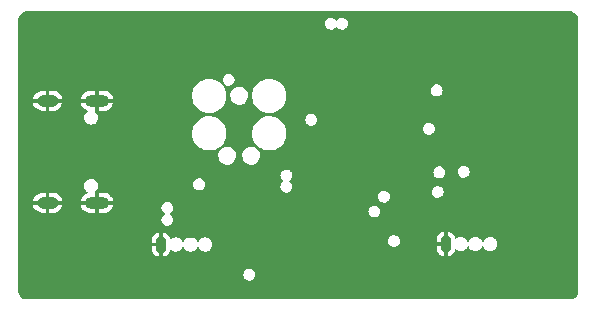
<source format=gbr>
%TF.GenerationSoftware,KiCad,Pcbnew,7.0.9*%
%TF.CreationDate,2024-03-07T22:07:38-08:00*%
%TF.ProjectId,stm32mc,73746d33-326d-4632-9e6b-696361645f70,rev?*%
%TF.SameCoordinates,PX2625a00PY510ff40*%
%TF.FileFunction,Copper,L2,Inr*%
%TF.FilePolarity,Positive*%
%FSLAX46Y46*%
G04 Gerber Fmt 4.6, Leading zero omitted, Abs format (unit mm)*
G04 Created by KiCad (PCBNEW 7.0.9) date 2024-03-07 22:07:38*
%MOMM*%
%LPD*%
G01*
G04 APERTURE LIST*
G04 Aperture macros list*
%AMRoundRect*
0 Rectangle with rounded corners*
0 $1 Rounding radius*
0 $2 $3 $4 $5 $6 $7 $8 $9 X,Y pos of 4 corners*
0 Add a 4 corners polygon primitive as box body*
4,1,4,$2,$3,$4,$5,$6,$7,$8,$9,$2,$3,0*
0 Add four circle primitives for the rounded corners*
1,1,$1+$1,$2,$3*
1,1,$1+$1,$4,$5*
1,1,$1+$1,$6,$7*
1,1,$1+$1,$8,$9*
0 Add four rect primitives between the rounded corners*
20,1,$1+$1,$2,$3,$4,$5,0*
20,1,$1+$1,$4,$5,$6,$7,0*
20,1,$1+$1,$6,$7,$8,$9,0*
20,1,$1+$1,$8,$9,$2,$3,0*%
G04 Aperture macros list end*
%TA.AperFunction,ComponentPad*%
%ADD10C,0.700000*%
%TD*%
%TA.AperFunction,ComponentPad*%
%ADD11C,4.400000*%
%TD*%
%TA.AperFunction,ComponentPad*%
%ADD12RoundRect,0.200000X-0.200000X-0.450000X0.200000X-0.450000X0.200000X0.450000X-0.200000X0.450000X0*%
%TD*%
%TA.AperFunction,ComponentPad*%
%ADD13O,2.100000X1.000000*%
%TD*%
%TA.AperFunction,ComponentPad*%
%ADD14O,1.800000X1.000000*%
%TD*%
%TA.AperFunction,ViaPad*%
%ADD15C,0.900000*%
%TD*%
%TA.AperFunction,ViaPad*%
%ADD16C,0.700000*%
%TD*%
G04 APERTURE END LIST*
D10*
%TO.N,GND*%
%TO.C,H4*%
X46066726Y1916548D03*
X44900000Y4733274D03*
X43733274Y4250000D03*
X43250000Y3083274D03*
X46066726Y4250000D03*
X43733274Y1916548D03*
X44900000Y1433274D03*
D11*
X44900000Y3083274D03*
D10*
X46550000Y3083274D03*
%TD*%
%TO.N,GND*%
%TO.C,H3*%
X8016726Y1933274D03*
X6850000Y4750000D03*
X5683274Y4266726D03*
X5200000Y3100000D03*
X8016726Y4266726D03*
X5683274Y1933274D03*
X6850000Y1450000D03*
D11*
X6850000Y3100000D03*
D10*
X8500000Y3100000D03*
%TD*%
%TO.N,GND*%
%TO.C,H2*%
X8016726Y20666548D03*
X6850000Y23483274D03*
X5683274Y23000000D03*
X5200000Y21833274D03*
X8016726Y23000000D03*
X5683274Y20666548D03*
X6850000Y20183274D03*
D11*
X6850000Y21833274D03*
D10*
X8500000Y21833274D03*
%TD*%
%TO.N,GND*%
%TO.C,H1*%
X46733274Y22100000D03*
D11*
X45083274Y22100000D03*
D10*
X45083274Y20450000D03*
X43916548Y20933274D03*
X46250000Y23266726D03*
X43433274Y22100000D03*
X43916548Y23266726D03*
X45083274Y23750000D03*
X46250000Y20933274D03*
%TD*%
D12*
%TO.N,GND*%
%TO.C,J4*%
X36500000Y5000000D03*
%TD*%
%TO.N,GND*%
%TO.C,J3*%
X12375000Y4950000D03*
%TD*%
D13*
%TO.N,GND*%
%TO.C,J1*%
X6955000Y17120000D03*
D14*
X2775000Y17120000D03*
D13*
X6955000Y8480000D03*
D14*
X2775000Y8480000D03*
%TD*%
D15*
%TO.N,GND*%
X14800000Y8400000D03*
X39800000Y10000000D03*
X19200000Y19600000D03*
X19000000Y5000000D03*
X19000000Y3000000D03*
X21500000Y11000000D03*
X37000000Y8000000D03*
X8000000Y7000000D03*
X10000000Y5000000D03*
X10000000Y3000000D03*
X12000000Y3000000D03*
X14000000Y3000000D03*
X16000000Y3000000D03*
X10000000Y22000000D03*
X22000000Y22000000D03*
X20000000Y22000000D03*
X18000000Y22000000D03*
X16000000Y22000000D03*
X5000000Y24000000D03*
X3000000Y24000000D03*
X3000000Y22000000D03*
X3000000Y20000000D03*
X1000000Y20000000D03*
X1000000Y18000000D03*
X1000000Y16000000D03*
X1000000Y14000000D03*
X1000000Y12000000D03*
X1000000Y10000000D03*
X1000000Y8000000D03*
X2000000Y5000000D03*
X4000000Y5000000D03*
X4000000Y3000000D03*
X4000000Y1000000D03*
X9000000Y1000000D03*
X11000000Y1000000D03*
X13000000Y1000000D03*
X15000000Y1000000D03*
X17000000Y1000000D03*
X19000000Y1000000D03*
X21000000Y1000000D03*
X23000000Y1000000D03*
X25000000Y1000000D03*
X27000000Y1000000D03*
X29000000Y1000000D03*
X33000000Y1000000D03*
X35000000Y1000000D03*
X37000000Y1000000D03*
X39000000Y1000000D03*
X41000000Y1000000D03*
X43000000Y1000000D03*
X43000000Y6000000D03*
X43000000Y8000000D03*
X43000000Y10000000D03*
X45000000Y10000000D03*
X45000000Y8000000D03*
X45000000Y6000000D03*
X47000000Y6000000D03*
X47000000Y8000000D03*
X47000000Y10000000D03*
X47000000Y12000000D03*
X39000000Y22000000D03*
X40000000Y24000000D03*
X38000000Y24000000D03*
X36000000Y24000000D03*
X34000000Y24000000D03*
X32000000Y24000000D03*
X30000000Y24000000D03*
X25000000Y24000000D03*
X23000000Y24000000D03*
X21000000Y24000000D03*
X19000000Y24000000D03*
X17000000Y24000000D03*
X15000000Y24000000D03*
X13000000Y24000000D03*
X11000000Y24000000D03*
X9000000Y24000000D03*
D16*
X29500000Y7100000D03*
X46350000Y13600000D03*
X44300000Y13600000D03*
X44150000Y19000000D03*
X46250000Y19000000D03*
X8550000Y16000000D03*
X8600000Y9600000D03*
X11750000Y16300000D03*
X36300000Y22800000D03*
X35200000Y19450000D03*
X28900000Y13850000D03*
X31200000Y13850000D03*
X30050000Y12900000D03*
X31300000Y16100000D03*
X28800000Y16100000D03*
X32100000Y14950000D03*
X32150000Y12950000D03*
X27950000Y12900000D03*
X27900000Y14900000D03*
X27850000Y17150000D03*
X32200000Y17200000D03*
X29950000Y17200000D03*
X32100000Y19600000D03*
X30950000Y19600000D03*
X30340000Y4100000D03*
X32160000Y1270000D03*
X9625000Y6900000D03*
X9625000Y8200000D03*
X10800000Y12900000D03*
X10800000Y13800000D03*
X12400000Y10450000D03*
X23000000Y8700000D03*
X45300000Y13600000D03*
X45200000Y19000000D03*
X41600000Y17200000D03*
X41600000Y15300000D03*
X24850000Y22500000D03*
X35980000Y14745000D03*
X3980000Y5995000D03*
X5745000Y18840000D03*
X17950000Y9755000D03*
X21515000Y7350000D03*
X24100000Y16985000D03*
X26100000Y20000000D03*
X26100000Y21050000D03*
X35735000Y17050000D03*
X40000000Y14565000D03*
X37000000Y14565000D03*
X29500000Y8015000D03*
X32250000Y9015000D03*
X25500000Y8015000D03*
X25000000Y13235000D03*
X24000000Y13250000D03*
%TD*%
%TA.AperFunction,Conductor*%
%TO.N,GND*%
G36*
X47001806Y24699322D02*
G01*
X47025514Y24696987D01*
X47129217Y24686773D01*
X47143435Y24683945D01*
X47260717Y24648369D01*
X47274112Y24642820D01*
X47382193Y24585049D01*
X47394254Y24576990D01*
X47488986Y24499245D01*
X47499244Y24488987D01*
X47576989Y24394255D01*
X47585048Y24382194D01*
X47642817Y24274117D01*
X47648369Y24260714D01*
X47683943Y24143441D01*
X47686773Y24129214D01*
X47699322Y24001808D01*
X47699500Y23998179D01*
X47699500Y1001822D01*
X47699322Y998193D01*
X47686773Y870787D01*
X47683943Y856560D01*
X47648369Y739287D01*
X47642817Y725884D01*
X47585048Y617807D01*
X47576989Y605746D01*
X47499244Y511014D01*
X47488986Y500756D01*
X47394254Y423011D01*
X47382193Y414952D01*
X47274116Y357183D01*
X47260713Y351631D01*
X47143440Y316057D01*
X47129213Y313227D01*
X47001807Y300678D01*
X46998178Y300500D01*
X1001821Y300500D01*
X998192Y300678D01*
X870786Y313227D01*
X856559Y316057D01*
X739284Y351632D01*
X725882Y357184D01*
X617808Y414951D01*
X605746Y423010D01*
X511013Y500756D01*
X500755Y511014D01*
X423009Y605747D01*
X414950Y617809D01*
X357183Y725883D01*
X351631Y739285D01*
X351630Y739287D01*
X316055Y856565D01*
X313227Y870783D01*
X300678Y998193D01*
X300500Y1001821D01*
X300500Y2400000D01*
X19344353Y2400000D01*
X19364834Y2257546D01*
X19424623Y2126627D01*
X19518868Y2017861D01*
X19518869Y2017860D01*
X19518872Y2017857D01*
X19639947Y1940047D01*
X19746403Y1908789D01*
X19778035Y1899501D01*
X19778037Y1899500D01*
X19778039Y1899500D01*
X19921963Y1899500D01*
X19921964Y1899501D01*
X20060053Y1940047D01*
X20181128Y2017857D01*
X20275377Y2126627D01*
X20335165Y2257543D01*
X20355647Y2400000D01*
X20335165Y2542457D01*
X20275377Y2673373D01*
X20181128Y2782143D01*
X20124182Y2818740D01*
X20060054Y2859953D01*
X20060050Y2859954D01*
X19921964Y2900500D01*
X19921961Y2900500D01*
X19778039Y2900500D01*
X19778036Y2900500D01*
X19639949Y2859954D01*
X19639945Y2859953D01*
X19518875Y2782145D01*
X19518868Y2782140D01*
X19424623Y2673374D01*
X19364834Y2542455D01*
X19344353Y2400000D01*
X300500Y2400000D01*
X300500Y4456939D01*
X11625000Y4456939D01*
X11635614Y4368557D01*
X11691077Y4227908D01*
X11782435Y4107436D01*
X11902907Y4016078D01*
X12043556Y3960615D01*
X12131939Y3950000D01*
X12225000Y3950000D01*
X12225000Y4749555D01*
X12277455Y4714505D01*
X12350376Y4700000D01*
X12399624Y4700000D01*
X12472545Y4714505D01*
X12525000Y4749555D01*
X12525000Y3950000D01*
X12618061Y3950000D01*
X12706443Y3960615D01*
X12847092Y4016078D01*
X12967564Y4107436D01*
X13058922Y4227908D01*
X13114385Y4368557D01*
X13122688Y4437694D01*
X13145548Y4482857D01*
X13192090Y4502759D01*
X13240537Y4488088D01*
X13241208Y4487579D01*
X13281140Y4456939D01*
X13322159Y4425464D01*
X13468238Y4364956D01*
X13585639Y4349500D01*
X13585641Y4349500D01*
X13664359Y4349500D01*
X13664361Y4349500D01*
X13781762Y4364956D01*
X13927841Y4425464D01*
X14053282Y4521718D01*
X14149536Y4647159D01*
X14181633Y4724649D01*
X14215831Y4761968D01*
X14266016Y4768575D01*
X14308708Y4741377D01*
X14318367Y4724648D01*
X14350464Y4647159D01*
X14446715Y4521721D01*
X14446720Y4521716D01*
X14530345Y4457549D01*
X14572159Y4425464D01*
X14718238Y4364956D01*
X14835639Y4349500D01*
X14835641Y4349500D01*
X14914359Y4349500D01*
X14914361Y4349500D01*
X15031762Y4364956D01*
X15177841Y4425464D01*
X15303282Y4521718D01*
X15399536Y4647159D01*
X15431633Y4724649D01*
X15465831Y4761968D01*
X15516016Y4768575D01*
X15558708Y4741377D01*
X15568367Y4724648D01*
X15600464Y4647159D01*
X15696715Y4521721D01*
X15696720Y4521716D01*
X15780345Y4457549D01*
X15822159Y4425464D01*
X15968238Y4364956D01*
X16085639Y4349500D01*
X16085641Y4349500D01*
X16164359Y4349500D01*
X16164361Y4349500D01*
X16281762Y4364956D01*
X16427841Y4425464D01*
X16534022Y4506939D01*
X35750000Y4506939D01*
X35760614Y4418557D01*
X35816077Y4277908D01*
X35907435Y4157436D01*
X36027907Y4066078D01*
X36168556Y4010615D01*
X36256939Y4000000D01*
X36350000Y4000000D01*
X36350000Y4799555D01*
X36402455Y4764505D01*
X36475376Y4750000D01*
X36524624Y4750000D01*
X36597545Y4764505D01*
X36650000Y4799555D01*
X36650000Y4000000D01*
X36743061Y4000000D01*
X36831443Y4010615D01*
X36972092Y4066078D01*
X37092564Y4157436D01*
X37183922Y4277908D01*
X37239385Y4418557D01*
X37247688Y4487694D01*
X37270548Y4532857D01*
X37317090Y4552759D01*
X37365537Y4538088D01*
X37366208Y4537579D01*
X37406140Y4506939D01*
X37447159Y4475464D01*
X37593238Y4414956D01*
X37710639Y4399500D01*
X37710641Y4399500D01*
X37789359Y4399500D01*
X37789361Y4399500D01*
X37906762Y4414956D01*
X38052841Y4475464D01*
X38178282Y4571718D01*
X38274536Y4697159D01*
X38306633Y4774649D01*
X38340831Y4811968D01*
X38391016Y4818575D01*
X38433708Y4791377D01*
X38443366Y4774649D01*
X38447568Y4764505D01*
X38475464Y4697159D01*
X38571715Y4571721D01*
X38571720Y4571716D01*
X38636879Y4521718D01*
X38697159Y4475464D01*
X38843238Y4414956D01*
X38960639Y4399500D01*
X38960641Y4399500D01*
X39039359Y4399500D01*
X39039361Y4399500D01*
X39156762Y4414956D01*
X39302841Y4475464D01*
X39428282Y4571718D01*
X39524536Y4697159D01*
X39556633Y4774649D01*
X39590831Y4811968D01*
X39641016Y4818575D01*
X39683708Y4791377D01*
X39693366Y4774649D01*
X39697568Y4764505D01*
X39725464Y4697159D01*
X39821715Y4571721D01*
X39821720Y4571716D01*
X39886879Y4521718D01*
X39947159Y4475464D01*
X40093238Y4414956D01*
X40210639Y4399500D01*
X40210641Y4399500D01*
X40289359Y4399500D01*
X40289361Y4399500D01*
X40406762Y4414956D01*
X40552841Y4475464D01*
X40678282Y4571718D01*
X40774536Y4697159D01*
X40835044Y4843238D01*
X40855682Y5000000D01*
X40835044Y5156762D01*
X40774536Y5302841D01*
X40705773Y5392455D01*
X40678284Y5428280D01*
X40678279Y5428285D01*
X40552841Y5524536D01*
X40406761Y5585045D01*
X40316675Y5596905D01*
X40289361Y5600500D01*
X40210639Y5600500D01*
X40186171Y5597279D01*
X40093238Y5585045D01*
X39947158Y5524536D01*
X39821720Y5428285D01*
X39821715Y5428280D01*
X39725464Y5302842D01*
X39693367Y5225353D01*
X39659169Y5188033D01*
X39608983Y5181426D01*
X39566292Y5208624D01*
X39556633Y5225353D01*
X39544248Y5255252D01*
X39524536Y5302841D01*
X39455773Y5392455D01*
X39428284Y5428280D01*
X39428279Y5428285D01*
X39302841Y5524536D01*
X39156761Y5585045D01*
X39066675Y5596905D01*
X39039361Y5600500D01*
X38960639Y5600500D01*
X38936171Y5597279D01*
X38843238Y5585045D01*
X38697158Y5524536D01*
X38571720Y5428285D01*
X38571715Y5428280D01*
X38475464Y5302842D01*
X38443367Y5225353D01*
X38409169Y5188033D01*
X38358983Y5181426D01*
X38316292Y5208624D01*
X38306633Y5225353D01*
X38294248Y5255252D01*
X38274536Y5302841D01*
X38205773Y5392455D01*
X38178284Y5428280D01*
X38178279Y5428285D01*
X38052841Y5524536D01*
X37906761Y5585045D01*
X37816675Y5596905D01*
X37789361Y5600500D01*
X37710639Y5600500D01*
X37686171Y5597279D01*
X37593238Y5585045D01*
X37447160Y5524537D01*
X37366208Y5462421D01*
X37317931Y5447200D01*
X37271166Y5466572D01*
X37247793Y5511472D01*
X37247688Y5512307D01*
X37239385Y5581444D01*
X37183922Y5722093D01*
X37092564Y5842565D01*
X36972092Y5933923D01*
X36831443Y5989386D01*
X36743061Y6000000D01*
X36650000Y6000000D01*
X36650000Y5200446D01*
X36597545Y5235495D01*
X36524624Y5250000D01*
X36475376Y5250000D01*
X36402455Y5235495D01*
X36350000Y5200446D01*
X36350000Y6000000D01*
X36256939Y6000000D01*
X36168556Y5989386D01*
X36027907Y5933923D01*
X35907435Y5842565D01*
X35816077Y5722093D01*
X35760614Y5581444D01*
X35750000Y5493062D01*
X35750000Y5150000D01*
X36299554Y5150000D01*
X36264505Y5097545D01*
X36245102Y5000000D01*
X36264505Y4902455D01*
X36299554Y4850000D01*
X35750000Y4850000D01*
X35750000Y4506939D01*
X16534022Y4506939D01*
X16553282Y4521718D01*
X16649536Y4647159D01*
X16710044Y4793238D01*
X16730682Y4950000D01*
X16710044Y5106762D01*
X16650713Y5250000D01*
X31594353Y5250000D01*
X31614834Y5107546D01*
X31614834Y5107545D01*
X31614835Y5107543D01*
X31663949Y5000000D01*
X31674623Y4976627D01*
X31768868Y4867861D01*
X31768869Y4867860D01*
X31768872Y4867857D01*
X31855837Y4811968D01*
X31884981Y4793238D01*
X31889947Y4790047D01*
X31996403Y4758789D01*
X32028035Y4749501D01*
X32028037Y4749500D01*
X32028039Y4749500D01*
X32171963Y4749500D01*
X32171964Y4749501D01*
X32310053Y4790047D01*
X32431128Y4867857D01*
X32525377Y4976627D01*
X32585165Y5107543D01*
X32605647Y5250000D01*
X32585165Y5392457D01*
X32525377Y5523373D01*
X32431128Y5632143D01*
X32374182Y5668740D01*
X32310054Y5709953D01*
X32310050Y5709954D01*
X32171964Y5750500D01*
X32171961Y5750500D01*
X32028039Y5750500D01*
X32028036Y5750500D01*
X31889949Y5709954D01*
X31889945Y5709953D01*
X31768875Y5632145D01*
X31768868Y5632140D01*
X31674623Y5523374D01*
X31614834Y5392455D01*
X31594353Y5250000D01*
X16650713Y5250000D01*
X16649536Y5252841D01*
X16553282Y5378282D01*
X16553279Y5378285D01*
X16427841Y5474536D01*
X16281761Y5535045D01*
X16191675Y5546905D01*
X16164361Y5550500D01*
X16085639Y5550500D01*
X16061171Y5547279D01*
X15968238Y5535045D01*
X15822158Y5474536D01*
X15696720Y5378285D01*
X15696715Y5378280D01*
X15600464Y5252842D01*
X15568367Y5175353D01*
X15534169Y5138033D01*
X15483983Y5131426D01*
X15441292Y5158624D01*
X15431633Y5175353D01*
X15406721Y5235495D01*
X15399536Y5252841D01*
X15303282Y5378282D01*
X15303279Y5378285D01*
X15177841Y5474536D01*
X15031761Y5535045D01*
X14941675Y5546905D01*
X14914361Y5550500D01*
X14835639Y5550500D01*
X14811171Y5547279D01*
X14718238Y5535045D01*
X14572158Y5474536D01*
X14446720Y5378285D01*
X14446715Y5378280D01*
X14350464Y5252842D01*
X14318367Y5175353D01*
X14284169Y5138033D01*
X14233983Y5131426D01*
X14191292Y5158624D01*
X14181633Y5175353D01*
X14156721Y5235495D01*
X14149536Y5252841D01*
X14053282Y5378282D01*
X14053279Y5378285D01*
X13927841Y5474536D01*
X13781761Y5535045D01*
X13691675Y5546905D01*
X13664361Y5550500D01*
X13585639Y5550500D01*
X13561171Y5547279D01*
X13468238Y5535045D01*
X13322160Y5474537D01*
X13241208Y5412421D01*
X13192931Y5397200D01*
X13146166Y5416572D01*
X13122793Y5461472D01*
X13122688Y5462307D01*
X13114385Y5531444D01*
X13058922Y5672093D01*
X12967564Y5792565D01*
X12847092Y5883923D01*
X12706443Y5939386D01*
X12618061Y5950000D01*
X12525000Y5950000D01*
X12525000Y5150446D01*
X12472545Y5185495D01*
X12399624Y5200000D01*
X12350376Y5200000D01*
X12277455Y5185495D01*
X12225000Y5150446D01*
X12225000Y5950000D01*
X12131939Y5950000D01*
X12043556Y5939386D01*
X11902907Y5883923D01*
X11782435Y5792565D01*
X11691077Y5672093D01*
X11635614Y5531444D01*
X11625000Y5443062D01*
X11625000Y5100000D01*
X12174554Y5100000D01*
X12139505Y5047545D01*
X12120102Y4950000D01*
X12139505Y4852455D01*
X12174554Y4800000D01*
X11625000Y4800000D01*
X11625000Y4456939D01*
X300500Y4456939D01*
X300500Y7050000D01*
X12419353Y7050000D01*
X12439834Y6907546D01*
X12499623Y6776627D01*
X12593868Y6667861D01*
X12593869Y6667860D01*
X12593872Y6667857D01*
X12714947Y6590047D01*
X12821403Y6558789D01*
X12853035Y6549501D01*
X12853037Y6549500D01*
X12853039Y6549500D01*
X12996963Y6549500D01*
X12996964Y6549501D01*
X13135053Y6590047D01*
X13256128Y6667857D01*
X13350377Y6776627D01*
X13410165Y6907543D01*
X13430647Y7050000D01*
X13410165Y7192457D01*
X13350377Y7323373D01*
X13256128Y7432143D01*
X13169605Y7487748D01*
X13138950Y7528028D01*
X13141359Y7578589D01*
X13169606Y7612253D01*
X13256128Y7667857D01*
X13327305Y7750000D01*
X29944353Y7750000D01*
X29964834Y7607546D01*
X29964834Y7607545D01*
X29964835Y7607543D01*
X30001149Y7528028D01*
X30024623Y7476627D01*
X30118868Y7367861D01*
X30118869Y7367860D01*
X30118872Y7367857D01*
X30239947Y7290047D01*
X30346403Y7258789D01*
X30378035Y7249501D01*
X30378037Y7249500D01*
X30378039Y7249500D01*
X30521963Y7249500D01*
X30521964Y7249501D01*
X30660053Y7290047D01*
X30781128Y7367857D01*
X30875377Y7476627D01*
X30935165Y7607543D01*
X30955647Y7750000D01*
X30935165Y7892457D01*
X30875377Y8023373D01*
X30781128Y8132143D01*
X30706661Y8180000D01*
X30660054Y8209953D01*
X30660050Y8209954D01*
X30521964Y8250500D01*
X30521961Y8250500D01*
X30378039Y8250500D01*
X30378036Y8250500D01*
X30239949Y8209954D01*
X30239945Y8209953D01*
X30118875Y8132145D01*
X30118868Y8132140D01*
X30024623Y8023374D01*
X29964834Y7892455D01*
X29944353Y7750000D01*
X13327305Y7750000D01*
X13350377Y7776627D01*
X13410165Y7907543D01*
X13430647Y8050000D01*
X13410165Y8192457D01*
X13350377Y8323373D01*
X13256128Y8432143D01*
X13199182Y8468740D01*
X13135054Y8509953D01*
X13135050Y8509954D01*
X12996964Y8550500D01*
X12996961Y8550500D01*
X12853039Y8550500D01*
X12853036Y8550500D01*
X12714949Y8509954D01*
X12714945Y8509953D01*
X12593875Y8432145D01*
X12593868Y8432140D01*
X12499623Y8323374D01*
X12439834Y8192455D01*
X12419353Y8050000D01*
X12439834Y7907546D01*
X12499623Y7776627D01*
X12593868Y7667861D01*
X12593869Y7667860D01*
X12593872Y7667857D01*
X12652779Y7630000D01*
X12680394Y7612253D01*
X12711049Y7571972D01*
X12708640Y7521410D01*
X12680394Y7487747D01*
X12593872Y7432143D01*
X12593868Y7432140D01*
X12499623Y7323374D01*
X12439834Y7192455D01*
X12419353Y7050000D01*
X300500Y7050000D01*
X300500Y8330000D01*
X1534493Y8330000D01*
X1580715Y8163526D01*
X1667315Y8000179D01*
X1667316Y8000178D01*
X1787005Y7859268D01*
X1934193Y7747379D01*
X2101990Y7669747D01*
X2101995Y7669746D01*
X2282558Y7630001D01*
X2282562Y7630000D01*
X2625000Y7630000D01*
X2625000Y8180000D01*
X2925000Y8180000D01*
X2925000Y7630000D01*
X3221075Y7630000D01*
X3221097Y7630002D01*
X3358796Y7644978D01*
X3358807Y7644981D01*
X3534010Y7704013D01*
X3534012Y7704013D01*
X3692427Y7799329D01*
X3692429Y7799330D01*
X3826656Y7926476D01*
X3930413Y8079506D01*
X3998846Y8251260D01*
X3998847Y8251262D01*
X4011756Y8330000D01*
X5564493Y8330000D01*
X5610715Y8163526D01*
X5697315Y8000179D01*
X5697316Y8000178D01*
X5817005Y7859268D01*
X5964193Y7747379D01*
X6131990Y7669747D01*
X6131995Y7669746D01*
X6312558Y7630001D01*
X6312562Y7630000D01*
X6805000Y7630000D01*
X6805000Y8180000D01*
X7105000Y8180000D01*
X7105000Y7630000D01*
X7551075Y7630000D01*
X7551097Y7630002D01*
X7688796Y7644978D01*
X7688807Y7644981D01*
X7864010Y7704013D01*
X7864012Y7704013D01*
X8022427Y7799329D01*
X8022429Y7799330D01*
X8156656Y7926476D01*
X8260413Y8079506D01*
X8328846Y8251260D01*
X8328847Y8251262D01*
X8341756Y8330000D01*
X7767657Y8330000D01*
X7778201Y8343962D01*
X7808895Y8451840D01*
X7798546Y8563521D01*
X7765443Y8630000D01*
X8345507Y8630000D01*
X8299284Y8796475D01*
X8212684Y8959822D01*
X8212683Y8959823D01*
X8178557Y9000000D01*
X30744353Y9000000D01*
X30764834Y8857546D01*
X30824623Y8726627D01*
X30918868Y8617861D01*
X30918869Y8617860D01*
X30918872Y8617857D01*
X31039947Y8540047D01*
X31142436Y8509954D01*
X31178035Y8499501D01*
X31178037Y8499500D01*
X31178039Y8499500D01*
X31321963Y8499500D01*
X31321964Y8499501D01*
X31460053Y8540047D01*
X31581128Y8617857D01*
X31675377Y8726627D01*
X31735165Y8857543D01*
X31755647Y9000000D01*
X31735165Y9142457D01*
X31675377Y9273373D01*
X31593437Y9367938D01*
X31581131Y9382140D01*
X31581129Y9382141D01*
X31581128Y9382143D01*
X31553342Y9400000D01*
X35294353Y9400000D01*
X35314834Y9257546D01*
X35314834Y9257545D01*
X35314835Y9257543D01*
X35367394Y9142457D01*
X35374623Y9126627D01*
X35468868Y9017861D01*
X35468869Y9017860D01*
X35468872Y9017857D01*
X35589947Y8940047D01*
X35696403Y8908789D01*
X35728035Y8899501D01*
X35728037Y8899500D01*
X35728039Y8899500D01*
X35871963Y8899500D01*
X35871964Y8899501D01*
X36010053Y8940047D01*
X36131128Y9017857D01*
X36225377Y9126627D01*
X36285165Y9257543D01*
X36305647Y9400000D01*
X36285165Y9542457D01*
X36225377Y9673373D01*
X36131128Y9782143D01*
X36074182Y9818740D01*
X36010054Y9859953D01*
X36010050Y9859954D01*
X35871964Y9900500D01*
X35871961Y9900500D01*
X35728039Y9900500D01*
X35728036Y9900500D01*
X35589949Y9859954D01*
X35589945Y9859953D01*
X35468875Y9782145D01*
X35468868Y9782140D01*
X35374623Y9673374D01*
X35314834Y9542455D01*
X35294353Y9400000D01*
X31553342Y9400000D01*
X31510299Y9427662D01*
X31460054Y9459953D01*
X31460050Y9459954D01*
X31321964Y9500500D01*
X31321961Y9500500D01*
X31178039Y9500500D01*
X31178036Y9500500D01*
X31039949Y9459954D01*
X31039945Y9459953D01*
X30918875Y9382145D01*
X30918868Y9382140D01*
X30824623Y9273374D01*
X30764834Y9142455D01*
X30744353Y9000000D01*
X8178557Y9000000D01*
X8092994Y9100733D01*
X7945806Y9212622D01*
X7778009Y9290254D01*
X7778004Y9290255D01*
X7597441Y9330000D01*
X7105000Y9330000D01*
X7105000Y8780000D01*
X6805000Y8780000D01*
X6805000Y9330000D01*
X6802109Y9332891D01*
X6780717Y9378767D01*
X6793818Y9427662D01*
X6809382Y9443922D01*
X6872583Y9492417D01*
X6966433Y9614724D01*
X7025429Y9757154D01*
X7045552Y9910000D01*
X7027120Y10050000D01*
X15094353Y10050000D01*
X15114834Y9907546D01*
X15114834Y9907545D01*
X15114835Y9907543D01*
X15172103Y9782145D01*
X15174623Y9776627D01*
X15268868Y9667861D01*
X15268869Y9667860D01*
X15268872Y9667857D01*
X15389947Y9590047D01*
X15496403Y9558789D01*
X15528035Y9549501D01*
X15528037Y9549500D01*
X15528039Y9549500D01*
X15671963Y9549500D01*
X15671964Y9549501D01*
X15810053Y9590047D01*
X15931128Y9667857D01*
X16025377Y9776627D01*
X16058886Y9850000D01*
X22494353Y9850000D01*
X22514834Y9707546D01*
X22514834Y9707545D01*
X22514835Y9707543D01*
X22568494Y9590048D01*
X22574623Y9576627D01*
X22668868Y9467861D01*
X22668869Y9467860D01*
X22668872Y9467857D01*
X22731417Y9427662D01*
X22776689Y9398567D01*
X22789947Y9390047D01*
X22896403Y9358789D01*
X22928035Y9349501D01*
X22928037Y9349500D01*
X22928039Y9349500D01*
X23071963Y9349500D01*
X23071964Y9349501D01*
X23210053Y9390047D01*
X23331128Y9467857D01*
X23425377Y9576627D01*
X23485165Y9707543D01*
X23505647Y9850000D01*
X23485165Y9992457D01*
X23425377Y10123373D01*
X23331128Y10232143D01*
X23283504Y10262749D01*
X23252850Y10303027D01*
X23255259Y10353589D01*
X23283504Y10387252D01*
X23331128Y10417857D01*
X23425377Y10526627D01*
X23485165Y10657543D01*
X23505647Y10800000D01*
X23485165Y10942457D01*
X23429201Y11065000D01*
X35444353Y11065000D01*
X35464834Y10922546D01*
X35524623Y10791627D01*
X35618868Y10682861D01*
X35618869Y10682860D01*
X35618872Y10682857D01*
X35739947Y10605047D01*
X35846403Y10573789D01*
X35878035Y10564501D01*
X35878037Y10564500D01*
X35878039Y10564500D01*
X36021963Y10564500D01*
X36021964Y10564501D01*
X36160053Y10605047D01*
X36281128Y10682857D01*
X36375377Y10791627D01*
X36435165Y10922543D01*
X36455647Y11065000D01*
X36448458Y11115000D01*
X37494353Y11115000D01*
X37514834Y10972546D01*
X37514834Y10972545D01*
X37514835Y10972543D01*
X37574623Y10841627D01*
X37668868Y10732861D01*
X37668869Y10732860D01*
X37668872Y10732857D01*
X37789947Y10655047D01*
X37896403Y10623789D01*
X37928035Y10614501D01*
X37928037Y10614500D01*
X37928039Y10614500D01*
X38071963Y10614500D01*
X38071964Y10614501D01*
X38210053Y10655047D01*
X38331128Y10732857D01*
X38425377Y10841627D01*
X38485165Y10972543D01*
X38505647Y11115000D01*
X38485165Y11257457D01*
X38425377Y11388373D01*
X38331128Y11497143D01*
X38274182Y11533740D01*
X38210054Y11574953D01*
X38210050Y11574954D01*
X38071964Y11615500D01*
X38071961Y11615500D01*
X37928039Y11615500D01*
X37928036Y11615500D01*
X37789949Y11574954D01*
X37789945Y11574953D01*
X37668875Y11497145D01*
X37668868Y11497140D01*
X37574623Y11388374D01*
X37514834Y11257455D01*
X37494353Y11115000D01*
X36448458Y11115000D01*
X36435165Y11207457D01*
X36375377Y11338373D01*
X36281128Y11447143D01*
X36203331Y11497140D01*
X36160054Y11524953D01*
X36160050Y11524954D01*
X36021964Y11565500D01*
X36021961Y11565500D01*
X35878039Y11565500D01*
X35878036Y11565500D01*
X35739949Y11524954D01*
X35739945Y11524953D01*
X35618875Y11447145D01*
X35618868Y11447140D01*
X35524623Y11338374D01*
X35464834Y11207455D01*
X35444353Y11065000D01*
X23429201Y11065000D01*
X23425377Y11073373D01*
X23331128Y11182143D01*
X23274182Y11218740D01*
X23210054Y11259953D01*
X23210050Y11259954D01*
X23071964Y11300500D01*
X23071961Y11300500D01*
X22928039Y11300500D01*
X22928036Y11300500D01*
X22789949Y11259954D01*
X22789945Y11259953D01*
X22668875Y11182145D01*
X22668868Y11182140D01*
X22574623Y11073374D01*
X22514834Y10942455D01*
X22494353Y10800000D01*
X22514834Y10657546D01*
X22514834Y10657545D01*
X22514835Y10657543D01*
X22574623Y10526627D01*
X22668868Y10417861D01*
X22668870Y10417860D01*
X22668872Y10417857D01*
X22668874Y10417856D01*
X22668875Y10417855D01*
X22716493Y10387253D01*
X22747149Y10346972D01*
X22744740Y10296410D01*
X22716493Y10262747D01*
X22668875Y10232146D01*
X22668868Y10232140D01*
X22574623Y10123374D01*
X22514834Y9992455D01*
X22494353Y9850000D01*
X16058886Y9850000D01*
X16085165Y9907543D01*
X16105647Y10050000D01*
X16085165Y10192457D01*
X16025377Y10323373D01*
X15943507Y10417857D01*
X15931131Y10432140D01*
X15931129Y10432141D01*
X15931128Y10432143D01*
X15874182Y10468740D01*
X15810054Y10509953D01*
X15810050Y10509954D01*
X15671964Y10550500D01*
X15671961Y10550500D01*
X15528039Y10550500D01*
X15528036Y10550500D01*
X15389949Y10509954D01*
X15389945Y10509953D01*
X15268875Y10432145D01*
X15268868Y10432140D01*
X15174623Y10323374D01*
X15114834Y10192455D01*
X15094353Y10050000D01*
X7027120Y10050000D01*
X7025429Y10062846D01*
X6966433Y10205276D01*
X6872583Y10327583D01*
X6754938Y10417856D01*
X6750275Y10421434D01*
X6607845Y10480430D01*
X6520006Y10491994D01*
X6493373Y10495500D01*
X6416627Y10495500D01*
X6392769Y10492359D01*
X6302154Y10480430D01*
X6159724Y10421434D01*
X6037417Y10327583D01*
X5943566Y10205276D01*
X5884570Y10062846D01*
X5864448Y9910000D01*
X5884570Y9757155D01*
X5943566Y9614725D01*
X5943567Y9614724D01*
X6037417Y9492417D01*
X6144004Y9410629D01*
X6171201Y9367938D01*
X6164594Y9317752D01*
X6127273Y9283555D01*
X6122584Y9281796D01*
X6045987Y9255987D01*
X5887572Y9160672D01*
X5887570Y9160671D01*
X5753343Y9033525D01*
X5649586Y8880495D01*
X5581153Y8708741D01*
X5581152Y8708739D01*
X5568243Y8630001D01*
X5568244Y8630000D01*
X6142343Y8630000D01*
X6131799Y8616038D01*
X6101105Y8508160D01*
X6111454Y8396479D01*
X6144557Y8330000D01*
X5564493Y8330000D01*
X4011756Y8330000D01*
X3437657Y8330000D01*
X3448201Y8343962D01*
X3478895Y8451840D01*
X3468546Y8563521D01*
X3435443Y8630000D01*
X4015507Y8630000D01*
X3969284Y8796475D01*
X3882684Y8959822D01*
X3882683Y8959823D01*
X3762994Y9100733D01*
X3615806Y9212622D01*
X3448009Y9290254D01*
X3448004Y9290255D01*
X3267441Y9330000D01*
X2925000Y9330000D01*
X2925000Y8780000D01*
X2625000Y8780000D01*
X2625000Y9330000D01*
X2328925Y9330000D01*
X2328902Y9329999D01*
X2191203Y9315023D01*
X2191192Y9315020D01*
X2015989Y9255988D01*
X2015987Y9255988D01*
X1857572Y9160672D01*
X1857570Y9160671D01*
X1723343Y9033525D01*
X1619586Y8880495D01*
X1551153Y8708741D01*
X1551152Y8708739D01*
X1538243Y8630001D01*
X1538244Y8630000D01*
X2112343Y8630000D01*
X2101799Y8616038D01*
X2071105Y8508160D01*
X2081454Y8396479D01*
X2114557Y8330000D01*
X1534493Y8330000D01*
X300500Y8330000D01*
X300500Y12415754D01*
X17224342Y12415754D01*
X17255023Y12241759D01*
X17325001Y12079529D01*
X17325002Y12079528D01*
X17430509Y11937808D01*
X17430515Y11937803D01*
X17565849Y11824243D01*
X17565852Y11824242D01*
X17565854Y11824240D01*
X17723741Y11744946D01*
X17895660Y11704200D01*
X18028019Y11704200D01*
X18159486Y11719566D01*
X18325511Y11779995D01*
X18473126Y11877082D01*
X18594372Y12005595D01*
X18682712Y12158605D01*
X18733385Y12327863D01*
X18738504Y12415754D01*
X19256342Y12415754D01*
X19287023Y12241759D01*
X19357001Y12079529D01*
X19357002Y12079528D01*
X19462509Y11937808D01*
X19462515Y11937803D01*
X19597849Y11824243D01*
X19597852Y11824242D01*
X19597854Y11824240D01*
X19755741Y11744946D01*
X19927660Y11704200D01*
X20060019Y11704200D01*
X20191486Y11719566D01*
X20357511Y11779995D01*
X20505126Y11877082D01*
X20626372Y12005595D01*
X20714712Y12158605D01*
X20765385Y12327863D01*
X20775658Y12504245D01*
X20744977Y12678241D01*
X20674998Y12840472D01*
X20569491Y12982192D01*
X20569484Y12982198D01*
X20434150Y13095758D01*
X20276260Y13175054D01*
X20276256Y13175055D01*
X20104340Y13215800D01*
X19971981Y13215800D01*
X19840511Y13200434D01*
X19674487Y13140005D01*
X19674486Y13140005D01*
X19526874Y13042918D01*
X19405626Y12914403D01*
X19317288Y12761396D01*
X19317287Y12761394D01*
X19266615Y12592140D01*
X19266615Y12592137D01*
X19256342Y12415754D01*
X18738504Y12415754D01*
X18743658Y12504245D01*
X18712977Y12678241D01*
X18642998Y12840472D01*
X18537491Y12982192D01*
X18537484Y12982198D01*
X18402150Y13095758D01*
X18244260Y13175054D01*
X18244256Y13175055D01*
X18072340Y13215800D01*
X17939981Y13215800D01*
X17808511Y13200434D01*
X17642487Y13140005D01*
X17642486Y13140005D01*
X17494874Y13042918D01*
X17373626Y12914403D01*
X17285288Y12761396D01*
X17285287Y12761394D01*
X17234615Y12592140D01*
X17234615Y12592137D01*
X17224342Y12415754D01*
X300500Y12415754D01*
X300500Y14245019D01*
X15012050Y14245019D01*
X15038413Y14087035D01*
X15051546Y14008335D01*
X15129462Y13781371D01*
X15200456Y13650185D01*
X15243671Y13570332D01*
X15391058Y13380969D01*
X15567603Y13218448D01*
X15668046Y13152825D01*
X15768491Y13087201D01*
X15988231Y12990814D01*
X15988236Y12990813D01*
X15988240Y12990811D01*
X16220859Y12931904D01*
X16355490Y12920749D01*
X16400114Y12917050D01*
X16400118Y12917050D01*
X16519886Y12917050D01*
X16561895Y12920532D01*
X16699141Y12931904D01*
X16931760Y12990811D01*
X16931765Y12990814D01*
X16931768Y12990814D01*
X17151508Y13087201D01*
X17151510Y13087202D01*
X17352397Y13218448D01*
X17528942Y13380969D01*
X17676329Y13570332D01*
X17790538Y13781372D01*
X17868453Y14008331D01*
X17907950Y14245019D01*
X20092050Y14245019D01*
X20118413Y14087035D01*
X20131546Y14008335D01*
X20209462Y13781371D01*
X20280456Y13650185D01*
X20323671Y13570332D01*
X20471058Y13380969D01*
X20647603Y13218448D01*
X20748046Y13152825D01*
X20848491Y13087201D01*
X21068231Y12990814D01*
X21068236Y12990813D01*
X21068240Y12990811D01*
X21300859Y12931904D01*
X21435490Y12920749D01*
X21480114Y12917050D01*
X21480118Y12917050D01*
X21599886Y12917050D01*
X21641895Y12920532D01*
X21779141Y12931904D01*
X22011760Y12990811D01*
X22011765Y12990814D01*
X22011768Y12990814D01*
X22231508Y13087201D01*
X22231510Y13087202D01*
X22432397Y13218448D01*
X22608942Y13380969D01*
X22756329Y13570332D01*
X22870538Y13781372D01*
X22948453Y14008331D01*
X22987950Y14245019D01*
X22987950Y14484981D01*
X22948453Y14721669D01*
X22938727Y14750000D01*
X34544353Y14750000D01*
X34564834Y14607546D01*
X34624623Y14476627D01*
X34718868Y14367861D01*
X34718869Y14367860D01*
X34718872Y14367857D01*
X34839947Y14290047D01*
X34946403Y14258789D01*
X34978035Y14249501D01*
X34978037Y14249500D01*
X34978039Y14249500D01*
X35121963Y14249500D01*
X35121964Y14249501D01*
X35260053Y14290047D01*
X35381128Y14367857D01*
X35475377Y14476627D01*
X35535165Y14607543D01*
X35555647Y14750000D01*
X35535165Y14892457D01*
X35475377Y15023373D01*
X35381128Y15132143D01*
X35308891Y15178567D01*
X35260054Y15209953D01*
X35260050Y15209954D01*
X35121964Y15250500D01*
X35121961Y15250500D01*
X34978039Y15250500D01*
X34978036Y15250500D01*
X34839949Y15209954D01*
X34839945Y15209953D01*
X34718875Y15132145D01*
X34718868Y15132140D01*
X34624623Y15023374D01*
X34564834Y14892455D01*
X34544353Y14750000D01*
X22938727Y14750000D01*
X22870538Y14948628D01*
X22756329Y15159668D01*
X22608942Y15349031D01*
X22432397Y15511552D01*
X22427119Y15515000D01*
X24594353Y15515000D01*
X24614834Y15372546D01*
X24674623Y15241627D01*
X24768868Y15132861D01*
X24768869Y15132860D01*
X24768872Y15132857D01*
X24889947Y15055047D01*
X24996403Y15023789D01*
X25028035Y15014501D01*
X25028037Y15014500D01*
X25028039Y15014500D01*
X25171963Y15014500D01*
X25171964Y15014501D01*
X25310053Y15055047D01*
X25431128Y15132857D01*
X25525377Y15241627D01*
X25585165Y15372543D01*
X25605647Y15515000D01*
X25585165Y15657457D01*
X25525377Y15788373D01*
X25431128Y15897143D01*
X25374182Y15933740D01*
X25310054Y15974953D01*
X25310050Y15974954D01*
X25171964Y16015500D01*
X25171961Y16015500D01*
X25028039Y16015500D01*
X25028036Y16015500D01*
X24889949Y15974954D01*
X24889945Y15974953D01*
X24768875Y15897145D01*
X24768868Y15897140D01*
X24674623Y15788374D01*
X24614834Y15657455D01*
X24594353Y15515000D01*
X22427119Y15515000D01*
X22393209Y15537155D01*
X22231508Y15642800D01*
X22011768Y15739187D01*
X21817532Y15788374D01*
X21779141Y15798096D01*
X21743289Y15801067D01*
X21599886Y15812950D01*
X21599882Y15812950D01*
X21480118Y15812950D01*
X21480114Y15812950D01*
X21300859Y15798096D01*
X21068231Y15739187D01*
X20848491Y15642800D01*
X20647602Y15511552D01*
X20471059Y15349033D01*
X20323669Y15159665D01*
X20323667Y15159661D01*
X20209462Y14948630D01*
X20141273Y14750000D01*
X20131547Y14721669D01*
X20092050Y14484981D01*
X20092050Y14245019D01*
X17907950Y14245019D01*
X17907950Y14484981D01*
X17868453Y14721669D01*
X17790538Y14948628D01*
X17676329Y15159668D01*
X17528942Y15349031D01*
X17352397Y15511552D01*
X17313209Y15537155D01*
X17151508Y15642800D01*
X16931768Y15739187D01*
X16737532Y15788374D01*
X16699141Y15798096D01*
X16663289Y15801067D01*
X16519886Y15812950D01*
X16519882Y15812950D01*
X16400118Y15812950D01*
X16400114Y15812950D01*
X16220859Y15798096D01*
X15988231Y15739187D01*
X15768491Y15642800D01*
X15567602Y15511552D01*
X15391059Y15349033D01*
X15243669Y15159665D01*
X15243667Y15159661D01*
X15129462Y14948630D01*
X15061273Y14750000D01*
X15051547Y14721669D01*
X15012050Y14484981D01*
X15012050Y14245019D01*
X300500Y14245019D01*
X300500Y16970000D01*
X1534493Y16970000D01*
X1580715Y16803526D01*
X1667315Y16640179D01*
X1667316Y16640178D01*
X1787005Y16499268D01*
X1934193Y16387379D01*
X2101990Y16309747D01*
X2101995Y16309746D01*
X2282558Y16270001D01*
X2282562Y16270000D01*
X2625000Y16270000D01*
X2625000Y16820000D01*
X2925000Y16820000D01*
X2925000Y16270000D01*
X3221075Y16270000D01*
X3221097Y16270002D01*
X3358796Y16284978D01*
X3358807Y16284981D01*
X3534010Y16344013D01*
X3534012Y16344013D01*
X3692427Y16439329D01*
X3692429Y16439330D01*
X3826656Y16566476D01*
X3930413Y16719506D01*
X3998846Y16891260D01*
X3998847Y16891262D01*
X4011756Y16970000D01*
X5564493Y16970000D01*
X5610715Y16803526D01*
X5697315Y16640179D01*
X5697316Y16640178D01*
X5817005Y16499268D01*
X5964193Y16387379D01*
X6126299Y16312380D01*
X6162199Y16276694D01*
X6166763Y16226281D01*
X6140276Y16186512D01*
X6037421Y16107587D01*
X6037418Y16107584D01*
X5943566Y15985276D01*
X5884570Y15842846D01*
X5864448Y15690000D01*
X5884570Y15537155D01*
X5943566Y15394725D01*
X5943567Y15394724D01*
X6037417Y15272417D01*
X6159724Y15178567D01*
X6302154Y15119571D01*
X6416627Y15104500D01*
X6416629Y15104500D01*
X6493371Y15104500D01*
X6493373Y15104500D01*
X6607846Y15119571D01*
X6750276Y15178567D01*
X6872583Y15272417D01*
X6966433Y15394724D01*
X7025429Y15537154D01*
X7045552Y15690000D01*
X7025429Y15842846D01*
X6966433Y15985276D01*
X6872583Y16107583D01*
X6809385Y16156077D01*
X6782189Y16198768D01*
X6788797Y16248954D01*
X6802110Y16267111D01*
X6805000Y16270001D01*
X6805000Y16820000D01*
X7105000Y16820000D01*
X7105000Y16270000D01*
X7551075Y16270000D01*
X7551097Y16270002D01*
X7688796Y16284978D01*
X7688807Y16284981D01*
X7864010Y16344013D01*
X7864012Y16344013D01*
X8022427Y16439329D01*
X8022429Y16439330D01*
X8156656Y16566476D01*
X8260413Y16719506D01*
X8328846Y16891260D01*
X8328847Y16891262D01*
X8341756Y16970000D01*
X7767657Y16970000D01*
X7778201Y16983962D01*
X7808895Y17091840D01*
X7798546Y17203521D01*
X7765443Y17270000D01*
X8345507Y17270000D01*
X8303853Y17420019D01*
X15012050Y17420019D01*
X15051547Y17183331D01*
X15059719Y17159528D01*
X15129462Y16956371D01*
X15194922Y16835412D01*
X15243671Y16745332D01*
X15391058Y16555969D01*
X15567603Y16393448D01*
X15643269Y16344013D01*
X15768491Y16262201D01*
X15988231Y16165814D01*
X15988236Y16165813D01*
X15988240Y16165811D01*
X16220859Y16106904D01*
X16355490Y16095749D01*
X16400114Y16092050D01*
X16400118Y16092050D01*
X16519886Y16092050D01*
X16561895Y16095532D01*
X16699141Y16106904D01*
X16931760Y16165811D01*
X16931765Y16165814D01*
X16931768Y16165814D01*
X17151508Y16262201D01*
X17151510Y16262202D01*
X17352397Y16393448D01*
X17528942Y16555969D01*
X17676329Y16745332D01*
X17790538Y16956372D01*
X17868453Y17183331D01*
X17907950Y17420019D01*
X17907950Y17495754D01*
X18240342Y17495754D01*
X18271023Y17321759D01*
X18341001Y17159529D01*
X18341002Y17159528D01*
X18446509Y17017808D01*
X18446515Y17017803D01*
X18581849Y16904243D01*
X18581852Y16904242D01*
X18581854Y16904240D01*
X18739741Y16824946D01*
X18911660Y16784200D01*
X19044019Y16784200D01*
X19175486Y16799566D01*
X19341511Y16859995D01*
X19342304Y16860516D01*
X19365109Y16875516D01*
X19489126Y16957082D01*
X19610372Y17085595D01*
X19698712Y17238605D01*
X19749385Y17407863D01*
X19750093Y17420019D01*
X20092050Y17420019D01*
X20131547Y17183331D01*
X20139719Y17159528D01*
X20209462Y16956371D01*
X20274922Y16835412D01*
X20323671Y16745332D01*
X20471058Y16555969D01*
X20647603Y16393448D01*
X20723269Y16344013D01*
X20848491Y16262201D01*
X21068231Y16165814D01*
X21068236Y16165813D01*
X21068240Y16165811D01*
X21300859Y16106904D01*
X21435490Y16095749D01*
X21480114Y16092050D01*
X21480118Y16092050D01*
X21599886Y16092050D01*
X21641895Y16095532D01*
X21779141Y16106904D01*
X22011760Y16165811D01*
X22011765Y16165814D01*
X22011768Y16165814D01*
X22231508Y16262201D01*
X22231510Y16262202D01*
X22432397Y16393448D01*
X22608942Y16555969D01*
X22756329Y16745332D01*
X22870538Y16956372D01*
X22948453Y17183331D01*
X22987950Y17420019D01*
X22987950Y17659981D01*
X22948453Y17896669D01*
X22912979Y18000000D01*
X35214353Y18000000D01*
X35234834Y17857546D01*
X35234834Y17857545D01*
X35234835Y17857543D01*
X35260808Y17800671D01*
X35294623Y17726627D01*
X35388868Y17617861D01*
X35388869Y17617860D01*
X35388872Y17617857D01*
X35509947Y17540047D01*
X35616403Y17508789D01*
X35648035Y17499501D01*
X35648037Y17499500D01*
X35648039Y17499500D01*
X35791963Y17499500D01*
X35791964Y17499501D01*
X35930053Y17540047D01*
X36051128Y17617857D01*
X36145377Y17726627D01*
X36205165Y17857543D01*
X36225647Y18000000D01*
X36205165Y18142457D01*
X36145377Y18273373D01*
X36051128Y18382143D01*
X35994182Y18418740D01*
X35930054Y18459953D01*
X35930050Y18459954D01*
X35791964Y18500500D01*
X35791961Y18500500D01*
X35648039Y18500500D01*
X35648036Y18500500D01*
X35509949Y18459954D01*
X35509945Y18459953D01*
X35388875Y18382145D01*
X35388868Y18382140D01*
X35294623Y18273374D01*
X35234834Y18142455D01*
X35214353Y18000000D01*
X22912979Y18000000D01*
X22870538Y18123628D01*
X22756329Y18334668D01*
X22608942Y18524031D01*
X22432397Y18686552D01*
X22231508Y18817800D01*
X22011768Y18914187D01*
X21990205Y18919648D01*
X21779141Y18973096D01*
X21743289Y18976067D01*
X21599886Y18987950D01*
X21599882Y18987950D01*
X21480118Y18987950D01*
X21480114Y18987950D01*
X21300859Y18973096D01*
X21068231Y18914187D01*
X20848491Y18817800D01*
X20647602Y18686552D01*
X20471059Y18524033D01*
X20323669Y18334665D01*
X20323667Y18334661D01*
X20209462Y18123630D01*
X20131546Y17896666D01*
X20122323Y17841396D01*
X20092050Y17659981D01*
X20092050Y17420019D01*
X19750093Y17420019D01*
X19759658Y17584245D01*
X19728977Y17758241D01*
X19658998Y17920472D01*
X19553491Y18062192D01*
X19553484Y18062198D01*
X19418150Y18175758D01*
X19260260Y18255054D01*
X19260256Y18255055D01*
X19088340Y18295800D01*
X18955981Y18295800D01*
X18824511Y18280434D01*
X18658487Y18220005D01*
X18658486Y18220005D01*
X18510874Y18122918D01*
X18389626Y17994403D01*
X18301288Y17841396D01*
X18301287Y17841394D01*
X18250615Y17672140D01*
X18250615Y17672137D01*
X18240342Y17495754D01*
X17907950Y17495754D01*
X17907950Y17659981D01*
X17868453Y17896669D01*
X17790538Y18123628D01*
X17676329Y18334668D01*
X17528942Y18524031D01*
X17352397Y18686552D01*
X17151508Y18817800D01*
X16964111Y18900000D01*
X17594353Y18900000D01*
X17614834Y18757546D01*
X17674623Y18626627D01*
X17768868Y18517861D01*
X17768869Y18517860D01*
X17768872Y18517857D01*
X17889947Y18440047D01*
X17996403Y18408789D01*
X18028035Y18399501D01*
X18028037Y18399500D01*
X18028039Y18399500D01*
X18171963Y18399500D01*
X18171964Y18399501D01*
X18310053Y18440047D01*
X18431128Y18517857D01*
X18525377Y18626627D01*
X18585165Y18757543D01*
X18605647Y18900000D01*
X18585165Y19042457D01*
X18525377Y19173373D01*
X18431128Y19282143D01*
X18374182Y19318740D01*
X18310054Y19359953D01*
X18310050Y19359954D01*
X18171964Y19400500D01*
X18171961Y19400500D01*
X18028039Y19400500D01*
X18028036Y19400500D01*
X17889949Y19359954D01*
X17889945Y19359953D01*
X17768875Y19282145D01*
X17768868Y19282140D01*
X17674623Y19173374D01*
X17614834Y19042455D01*
X17594353Y18900000D01*
X16964111Y18900000D01*
X16931768Y18914187D01*
X16910205Y18919648D01*
X16699141Y18973096D01*
X16663289Y18976067D01*
X16519886Y18987950D01*
X16519882Y18987950D01*
X16400118Y18987950D01*
X16400114Y18987950D01*
X16220859Y18973096D01*
X15988231Y18914187D01*
X15768491Y18817800D01*
X15567602Y18686552D01*
X15391059Y18524033D01*
X15243669Y18334665D01*
X15243667Y18334661D01*
X15129462Y18123630D01*
X15051546Y17896666D01*
X15042323Y17841396D01*
X15012050Y17659981D01*
X15012050Y17420019D01*
X8303853Y17420019D01*
X8299284Y17436475D01*
X8212684Y17599822D01*
X8212683Y17599823D01*
X8092994Y17740733D01*
X7945806Y17852622D01*
X7778009Y17930254D01*
X7778004Y17930255D01*
X7597441Y17970000D01*
X7105000Y17970000D01*
X7105000Y17420000D01*
X6805000Y17420000D01*
X6805000Y17970000D01*
X6358925Y17970000D01*
X6358902Y17969999D01*
X6221203Y17955023D01*
X6221192Y17955020D01*
X6045989Y17895988D01*
X6045987Y17895988D01*
X5887572Y17800672D01*
X5887570Y17800671D01*
X5753343Y17673525D01*
X5649586Y17520495D01*
X5581153Y17348741D01*
X5581152Y17348739D01*
X5568243Y17270001D01*
X5568244Y17270000D01*
X6142343Y17270000D01*
X6131799Y17256038D01*
X6101105Y17148160D01*
X6111454Y17036479D01*
X6144557Y16970000D01*
X5564493Y16970000D01*
X4011756Y16970000D01*
X3437657Y16970000D01*
X3448201Y16983962D01*
X3478895Y17091840D01*
X3468546Y17203521D01*
X3435443Y17270000D01*
X4015507Y17270000D01*
X3969284Y17436475D01*
X3882684Y17599822D01*
X3882683Y17599823D01*
X3762994Y17740733D01*
X3615806Y17852622D01*
X3448009Y17930254D01*
X3448004Y17930255D01*
X3267441Y17970000D01*
X2925000Y17970000D01*
X2925000Y17420000D01*
X2625000Y17420000D01*
X2625000Y17970000D01*
X2328925Y17970000D01*
X2328902Y17969999D01*
X2191203Y17955023D01*
X2191192Y17955020D01*
X2015989Y17895988D01*
X2015987Y17895988D01*
X1857572Y17800672D01*
X1857570Y17800671D01*
X1723343Y17673525D01*
X1619586Y17520495D01*
X1551153Y17348741D01*
X1551152Y17348739D01*
X1538243Y17270001D01*
X1538244Y17270000D01*
X2112343Y17270000D01*
X2101799Y17256038D01*
X2071105Y17148160D01*
X2081454Y17036479D01*
X2114557Y16970000D01*
X1534493Y16970000D01*
X300500Y16970000D01*
X300500Y23650000D01*
X26244353Y23650000D01*
X26264834Y23507546D01*
X26324623Y23376627D01*
X26418868Y23267861D01*
X26418869Y23267860D01*
X26418872Y23267857D01*
X26539947Y23190047D01*
X26646403Y23158789D01*
X26678035Y23149501D01*
X26678037Y23149500D01*
X26678039Y23149500D01*
X26821963Y23149500D01*
X26821964Y23149501D01*
X26960053Y23190047D01*
X27081128Y23267857D01*
X27169075Y23369356D01*
X27213307Y23393965D01*
X27263012Y23384386D01*
X27280922Y23369357D01*
X27337417Y23304158D01*
X27368868Y23267861D01*
X27368869Y23267860D01*
X27368872Y23267857D01*
X27489947Y23190047D01*
X27596403Y23158789D01*
X27628035Y23149501D01*
X27628037Y23149500D01*
X27628039Y23149500D01*
X27771963Y23149500D01*
X27771964Y23149501D01*
X27910053Y23190047D01*
X28031128Y23267857D01*
X28125377Y23376627D01*
X28185165Y23507543D01*
X28205647Y23650000D01*
X28185165Y23792457D01*
X28125377Y23923373D01*
X28031128Y24032143D01*
X27974182Y24068740D01*
X27910054Y24109953D01*
X27910050Y24109954D01*
X27771964Y24150500D01*
X27771961Y24150500D01*
X27628039Y24150500D01*
X27628036Y24150500D01*
X27489949Y24109954D01*
X27489945Y24109953D01*
X27368875Y24032145D01*
X27368868Y24032140D01*
X27280926Y23930647D01*
X27236692Y23906036D01*
X27186988Y23915615D01*
X27169074Y23930647D01*
X27081131Y24032140D01*
X27081129Y24032141D01*
X27081128Y24032143D01*
X27024182Y24068740D01*
X26960054Y24109953D01*
X26960050Y24109954D01*
X26821964Y24150500D01*
X26821961Y24150500D01*
X26678039Y24150500D01*
X26678036Y24150500D01*
X26539949Y24109954D01*
X26539945Y24109953D01*
X26418875Y24032145D01*
X26418868Y24032140D01*
X26324623Y23923374D01*
X26264834Y23792455D01*
X26244353Y23650000D01*
X300500Y23650000D01*
X300500Y23998179D01*
X300678Y24001807D01*
X303242Y24027844D01*
X313227Y24129220D01*
X316054Y24143434D01*
X351632Y24260722D01*
X357178Y24274110D01*
X414954Y24382200D01*
X423006Y24394251D01*
X500756Y24488989D01*
X511013Y24499245D01*
X605749Y24576994D01*
X617800Y24585046D01*
X725890Y24642822D01*
X739278Y24648368D01*
X856566Y24683946D01*
X870780Y24686773D01*
X977605Y24697295D01*
X998194Y24699322D01*
X1001822Y24699500D01*
X1047595Y24699500D01*
X27943827Y24699500D01*
X46952405Y24699500D01*
X46998178Y24699500D01*
X47001806Y24699322D01*
G37*
%TD.AperFunction*%
%TD*%
M02*

</source>
